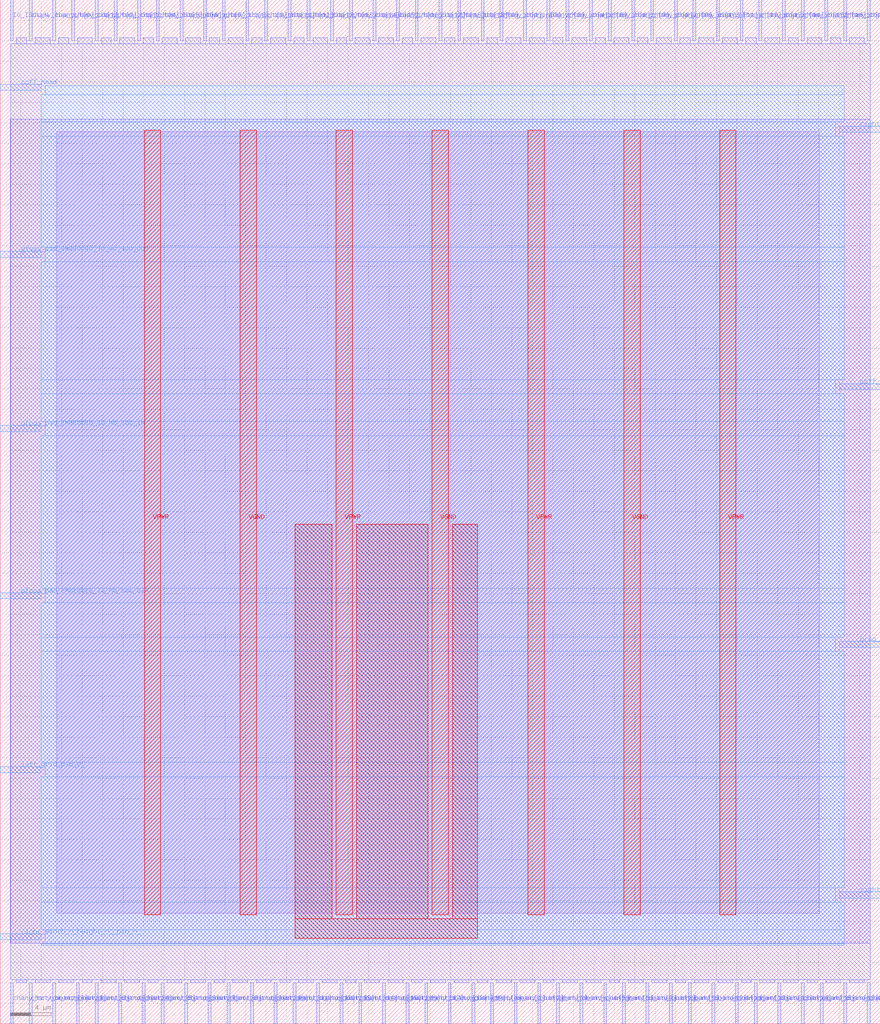
<source format=lef>
VERSION 5.7 ;
  NOWIREEXTENSIONATPIN ON ;
  DIVIDERCHAR "/" ;
  BUSBITCHARS "[]" ;
MACRO cby_0__1_
  CLASS BLOCK ;
  FOREIGN cby_0__1_ ;
  ORIGIN 0.000 0.000 ;
  SIZE 86.000 BY 100.000 ;
  PIN IO_ISOL_N
    DIRECTION INPUT ;
    USE SIGNAL ;
    PORT
      LAYER met2 ;
        RECT 1.010 96.000 1.290 100.000 ;
    END
  END IO_ISOL_N
  PIN VGND
    DIRECTION INPUT ;
    USE GROUND ;
    PORT
      LAYER met4 ;
        RECT 23.460 10.640 25.060 87.280 ;
    END
    PORT
      LAYER met4 ;
        RECT 42.200 10.640 43.800 87.280 ;
    END
    PORT
      LAYER met4 ;
        RECT 60.940 10.640 62.540 87.280 ;
    END
  END VGND
  PIN VPWR
    DIRECTION INPUT ;
    USE POWER ;
    PORT
      LAYER met4 ;
        RECT 14.090 10.640 15.690 87.280 ;
    END
    PORT
      LAYER met4 ;
        RECT 32.830 10.640 34.430 87.280 ;
    END
    PORT
      LAYER met4 ;
        RECT 51.570 10.640 53.170 87.280 ;
    END
    PORT
      LAYER met4 ;
        RECT 70.310 10.640 71.910 87.280 ;
    END
  END VPWR
  PIN ccff_head
    DIRECTION INPUT ;
    USE SIGNAL ;
    PORT
      LAYER met3 ;
        RECT 0.000 91.160 4.000 91.760 ;
    END
  END ccff_head
  PIN ccff_tail
    DIRECTION OUTPUT TRISTATE ;
    USE SIGNAL ;
    PORT
      LAYER met3 ;
        RECT 82.000 61.920 86.000 62.520 ;
    END
  END ccff_tail
  PIN chany_bottom_in[0]
    DIRECTION INPUT ;
    USE SIGNAL ;
    PORT
      LAYER met2 ;
        RECT 43.790 0.000 44.070 4.000 ;
    END
  END chany_bottom_in[0]
  PIN chany_bottom_in[10]
    DIRECTION INPUT ;
    USE SIGNAL ;
    PORT
      LAYER met2 ;
        RECT 65.410 0.000 65.690 4.000 ;
    END
  END chany_bottom_in[10]
  PIN chany_bottom_in[11]
    DIRECTION INPUT ;
    USE SIGNAL ;
    PORT
      LAYER met2 ;
        RECT 67.250 0.000 67.530 4.000 ;
    END
  END chany_bottom_in[11]
  PIN chany_bottom_in[12]
    DIRECTION INPUT ;
    USE SIGNAL ;
    PORT
      LAYER met2 ;
        RECT 69.550 0.000 69.830 4.000 ;
    END
  END chany_bottom_in[12]
  PIN chany_bottom_in[13]
    DIRECTION INPUT ;
    USE SIGNAL ;
    PORT
      LAYER met2 ;
        RECT 71.850 0.000 72.130 4.000 ;
    END
  END chany_bottom_in[13]
  PIN chany_bottom_in[14]
    DIRECTION INPUT ;
    USE SIGNAL ;
    PORT
      LAYER met2 ;
        RECT 73.690 0.000 73.970 4.000 ;
    END
  END chany_bottom_in[14]
  PIN chany_bottom_in[15]
    DIRECTION INPUT ;
    USE SIGNAL ;
    PORT
      LAYER met2 ;
        RECT 75.990 0.000 76.270 4.000 ;
    END
  END chany_bottom_in[15]
  PIN chany_bottom_in[16]
    DIRECTION INPUT ;
    USE SIGNAL ;
    PORT
      LAYER met2 ;
        RECT 78.290 0.000 78.570 4.000 ;
    END
  END chany_bottom_in[16]
  PIN chany_bottom_in[17]
    DIRECTION INPUT ;
    USE SIGNAL ;
    PORT
      LAYER met2 ;
        RECT 80.130 0.000 80.410 4.000 ;
    END
  END chany_bottom_in[17]
  PIN chany_bottom_in[18]
    DIRECTION INPUT ;
    USE SIGNAL ;
    PORT
      LAYER met2 ;
        RECT 82.430 0.000 82.710 4.000 ;
    END
  END chany_bottom_in[18]
  PIN chany_bottom_in[19]
    DIRECTION INPUT ;
    USE SIGNAL ;
    PORT
      LAYER met2 ;
        RECT 84.730 0.000 85.010 4.000 ;
    END
  END chany_bottom_in[19]
  PIN chany_bottom_in[1]
    DIRECTION INPUT ;
    USE SIGNAL ;
    PORT
      LAYER met2 ;
        RECT 46.090 0.000 46.370 4.000 ;
    END
  END chany_bottom_in[1]
  PIN chany_bottom_in[2]
    DIRECTION INPUT ;
    USE SIGNAL ;
    PORT
      LAYER met2 ;
        RECT 47.930 0.000 48.210 4.000 ;
    END
  END chany_bottom_in[2]
  PIN chany_bottom_in[3]
    DIRECTION INPUT ;
    USE SIGNAL ;
    PORT
      LAYER met2 ;
        RECT 50.230 0.000 50.510 4.000 ;
    END
  END chany_bottom_in[3]
  PIN chany_bottom_in[4]
    DIRECTION INPUT ;
    USE SIGNAL ;
    PORT
      LAYER met2 ;
        RECT 52.530 0.000 52.810 4.000 ;
    END
  END chany_bottom_in[4]
  PIN chany_bottom_in[5]
    DIRECTION INPUT ;
    USE SIGNAL ;
    PORT
      LAYER met2 ;
        RECT 54.370 0.000 54.650 4.000 ;
    END
  END chany_bottom_in[5]
  PIN chany_bottom_in[6]
    DIRECTION INPUT ;
    USE SIGNAL ;
    PORT
      LAYER met2 ;
        RECT 56.670 0.000 56.950 4.000 ;
    END
  END chany_bottom_in[6]
  PIN chany_bottom_in[7]
    DIRECTION INPUT ;
    USE SIGNAL ;
    PORT
      LAYER met2 ;
        RECT 58.970 0.000 59.250 4.000 ;
    END
  END chany_bottom_in[7]
  PIN chany_bottom_in[8]
    DIRECTION INPUT ;
    USE SIGNAL ;
    PORT
      LAYER met2 ;
        RECT 60.810 0.000 61.090 4.000 ;
    END
  END chany_bottom_in[8]
  PIN chany_bottom_in[9]
    DIRECTION INPUT ;
    USE SIGNAL ;
    PORT
      LAYER met2 ;
        RECT 63.110 0.000 63.390 4.000 ;
    END
  END chany_bottom_in[9]
  PIN chany_bottom_out[0]
    DIRECTION OUTPUT TRISTATE ;
    USE SIGNAL ;
    PORT
      LAYER met2 ;
        RECT 1.010 0.000 1.290 4.000 ;
    END
  END chany_bottom_out[0]
  PIN chany_bottom_out[10]
    DIRECTION OUTPUT TRISTATE ;
    USE SIGNAL ;
    PORT
      LAYER met2 ;
        RECT 22.170 0.000 22.450 4.000 ;
    END
  END chany_bottom_out[10]
  PIN chany_bottom_out[11]
    DIRECTION OUTPUT TRISTATE ;
    USE SIGNAL ;
    PORT
      LAYER met2 ;
        RECT 24.470 0.000 24.750 4.000 ;
    END
  END chany_bottom_out[11]
  PIN chany_bottom_out[12]
    DIRECTION OUTPUT TRISTATE ;
    USE SIGNAL ;
    PORT
      LAYER met2 ;
        RECT 26.770 0.000 27.050 4.000 ;
    END
  END chany_bottom_out[12]
  PIN chany_bottom_out[13]
    DIRECTION OUTPUT TRISTATE ;
    USE SIGNAL ;
    PORT
      LAYER met2 ;
        RECT 28.610 0.000 28.890 4.000 ;
    END
  END chany_bottom_out[13]
  PIN chany_bottom_out[14]
    DIRECTION OUTPUT TRISTATE ;
    USE SIGNAL ;
    PORT
      LAYER met2 ;
        RECT 30.910 0.000 31.190 4.000 ;
    END
  END chany_bottom_out[14]
  PIN chany_bottom_out[15]
    DIRECTION OUTPUT TRISTATE ;
    USE SIGNAL ;
    PORT
      LAYER met2 ;
        RECT 33.210 0.000 33.490 4.000 ;
    END
  END chany_bottom_out[15]
  PIN chany_bottom_out[16]
    DIRECTION OUTPUT TRISTATE ;
    USE SIGNAL ;
    PORT
      LAYER met2 ;
        RECT 35.050 0.000 35.330 4.000 ;
    END
  END chany_bottom_out[16]
  PIN chany_bottom_out[17]
    DIRECTION OUTPUT TRISTATE ;
    USE SIGNAL ;
    PORT
      LAYER met2 ;
        RECT 37.350 0.000 37.630 4.000 ;
    END
  END chany_bottom_out[17]
  PIN chany_bottom_out[18]
    DIRECTION OUTPUT TRISTATE ;
    USE SIGNAL ;
    PORT
      LAYER met2 ;
        RECT 39.650 0.000 39.930 4.000 ;
    END
  END chany_bottom_out[18]
  PIN chany_bottom_out[19]
    DIRECTION OUTPUT TRISTATE ;
    USE SIGNAL ;
    PORT
      LAYER met2 ;
        RECT 41.490 0.000 41.770 4.000 ;
    END
  END chany_bottom_out[19]
  PIN chany_bottom_out[1]
    DIRECTION OUTPUT TRISTATE ;
    USE SIGNAL ;
    PORT
      LAYER met2 ;
        RECT 2.850 0.000 3.130 4.000 ;
    END
  END chany_bottom_out[1]
  PIN chany_bottom_out[2]
    DIRECTION OUTPUT TRISTATE ;
    USE SIGNAL ;
    PORT
      LAYER met2 ;
        RECT 5.150 0.000 5.430 4.000 ;
    END
  END chany_bottom_out[2]
  PIN chany_bottom_out[3]
    DIRECTION OUTPUT TRISTATE ;
    USE SIGNAL ;
    PORT
      LAYER met2 ;
        RECT 7.450 0.000 7.730 4.000 ;
    END
  END chany_bottom_out[3]
  PIN chany_bottom_out[4]
    DIRECTION OUTPUT TRISTATE ;
    USE SIGNAL ;
    PORT
      LAYER met2 ;
        RECT 9.290 0.000 9.570 4.000 ;
    END
  END chany_bottom_out[4]
  PIN chany_bottom_out[5]
    DIRECTION OUTPUT TRISTATE ;
    USE SIGNAL ;
    PORT
      LAYER met2 ;
        RECT 11.590 0.000 11.870 4.000 ;
    END
  END chany_bottom_out[5]
  PIN chany_bottom_out[6]
    DIRECTION OUTPUT TRISTATE ;
    USE SIGNAL ;
    PORT
      LAYER met2 ;
        RECT 13.890 0.000 14.170 4.000 ;
    END
  END chany_bottom_out[6]
  PIN chany_bottom_out[7]
    DIRECTION OUTPUT TRISTATE ;
    USE SIGNAL ;
    PORT
      LAYER met2 ;
        RECT 15.730 0.000 16.010 4.000 ;
    END
  END chany_bottom_out[7]
  PIN chany_bottom_out[8]
    DIRECTION OUTPUT TRISTATE ;
    USE SIGNAL ;
    PORT
      LAYER met2 ;
        RECT 18.030 0.000 18.310 4.000 ;
    END
  END chany_bottom_out[8]
  PIN chany_bottom_out[9]
    DIRECTION OUTPUT TRISTATE ;
    USE SIGNAL ;
    PORT
      LAYER met2 ;
        RECT 20.330 0.000 20.610 4.000 ;
    END
  END chany_bottom_out[9]
  PIN chany_top_in[0]
    DIRECTION INPUT ;
    USE SIGNAL ;
    PORT
      LAYER met2 ;
        RECT 44.710 96.000 44.990 100.000 ;
    END
  END chany_top_in[0]
  PIN chany_top_in[10]
    DIRECTION INPUT ;
    USE SIGNAL ;
    PORT
      LAYER met2 ;
        RECT 65.870 96.000 66.150 100.000 ;
    END
  END chany_top_in[10]
  PIN chany_top_in[11]
    DIRECTION INPUT ;
    USE SIGNAL ;
    PORT
      LAYER met2 ;
        RECT 67.710 96.000 67.990 100.000 ;
    END
  END chany_top_in[11]
  PIN chany_top_in[12]
    DIRECTION INPUT ;
    USE SIGNAL ;
    PORT
      LAYER met2 ;
        RECT 70.010 96.000 70.290 100.000 ;
    END
  END chany_top_in[12]
  PIN chany_top_in[13]
    DIRECTION INPUT ;
    USE SIGNAL ;
    PORT
      LAYER met2 ;
        RECT 72.310 96.000 72.590 100.000 ;
    END
  END chany_top_in[13]
  PIN chany_top_in[14]
    DIRECTION INPUT ;
    USE SIGNAL ;
    PORT
      LAYER met2 ;
        RECT 74.150 96.000 74.430 100.000 ;
    END
  END chany_top_in[14]
  PIN chany_top_in[15]
    DIRECTION INPUT ;
    USE SIGNAL ;
    PORT
      LAYER met2 ;
        RECT 76.450 96.000 76.730 100.000 ;
    END
  END chany_top_in[15]
  PIN chany_top_in[16]
    DIRECTION INPUT ;
    USE SIGNAL ;
    PORT
      LAYER met2 ;
        RECT 78.290 96.000 78.570 100.000 ;
    END
  END chany_top_in[16]
  PIN chany_top_in[17]
    DIRECTION INPUT ;
    USE SIGNAL ;
    PORT
      LAYER met2 ;
        RECT 80.590 96.000 80.870 100.000 ;
    END
  END chany_top_in[17]
  PIN chany_top_in[18]
    DIRECTION INPUT ;
    USE SIGNAL ;
    PORT
      LAYER met2 ;
        RECT 82.430 96.000 82.710 100.000 ;
    END
  END chany_top_in[18]
  PIN chany_top_in[19]
    DIRECTION INPUT ;
    USE SIGNAL ;
    PORT
      LAYER met2 ;
        RECT 84.730 96.000 85.010 100.000 ;
    END
  END chany_top_in[19]
  PIN chany_top_in[1]
    DIRECTION INPUT ;
    USE SIGNAL ;
    PORT
      LAYER met2 ;
        RECT 47.010 96.000 47.290 100.000 ;
    END
  END chany_top_in[1]
  PIN chany_top_in[2]
    DIRECTION INPUT ;
    USE SIGNAL ;
    PORT
      LAYER met2 ;
        RECT 48.850 96.000 49.130 100.000 ;
    END
  END chany_top_in[2]
  PIN chany_top_in[3]
    DIRECTION INPUT ;
    USE SIGNAL ;
    PORT
      LAYER met2 ;
        RECT 51.150 96.000 51.430 100.000 ;
    END
  END chany_top_in[3]
  PIN chany_top_in[4]
    DIRECTION INPUT ;
    USE SIGNAL ;
    PORT
      LAYER met2 ;
        RECT 53.450 96.000 53.730 100.000 ;
    END
  END chany_top_in[4]
  PIN chany_top_in[5]
    DIRECTION INPUT ;
    USE SIGNAL ;
    PORT
      LAYER met2 ;
        RECT 55.290 96.000 55.570 100.000 ;
    END
  END chany_top_in[5]
  PIN chany_top_in[6]
    DIRECTION INPUT ;
    USE SIGNAL ;
    PORT
      LAYER met2 ;
        RECT 57.590 96.000 57.870 100.000 ;
    END
  END chany_top_in[6]
  PIN chany_top_in[7]
    DIRECTION INPUT ;
    USE SIGNAL ;
    PORT
      LAYER met2 ;
        RECT 59.430 96.000 59.710 100.000 ;
    END
  END chany_top_in[7]
  PIN chany_top_in[8]
    DIRECTION INPUT ;
    USE SIGNAL ;
    PORT
      LAYER met2 ;
        RECT 61.730 96.000 62.010 100.000 ;
    END
  END chany_top_in[8]
  PIN chany_top_in[9]
    DIRECTION INPUT ;
    USE SIGNAL ;
    PORT
      LAYER met2 ;
        RECT 63.570 96.000 63.850 100.000 ;
    END
  END chany_top_in[9]
  PIN chany_top_out[0]
    DIRECTION OUTPUT TRISTATE ;
    USE SIGNAL ;
    PORT
      LAYER met2 ;
        RECT 2.850 96.000 3.130 100.000 ;
    END
  END chany_top_out[0]
  PIN chany_top_out[10]
    DIRECTION OUTPUT TRISTATE ;
    USE SIGNAL ;
    PORT
      LAYER met2 ;
        RECT 24.010 96.000 24.290 100.000 ;
    END
  END chany_top_out[10]
  PIN chany_top_out[11]
    DIRECTION OUTPUT TRISTATE ;
    USE SIGNAL ;
    PORT
      LAYER met2 ;
        RECT 25.850 96.000 26.130 100.000 ;
    END
  END chany_top_out[11]
  PIN chany_top_out[12]
    DIRECTION OUTPUT TRISTATE ;
    USE SIGNAL ;
    PORT
      LAYER met2 ;
        RECT 28.150 96.000 28.430 100.000 ;
    END
  END chany_top_out[12]
  PIN chany_top_out[13]
    DIRECTION OUTPUT TRISTATE ;
    USE SIGNAL ;
    PORT
      LAYER met2 ;
        RECT 29.990 96.000 30.270 100.000 ;
    END
  END chany_top_out[13]
  PIN chany_top_out[14]
    DIRECTION OUTPUT TRISTATE ;
    USE SIGNAL ;
    PORT
      LAYER met2 ;
        RECT 32.290 96.000 32.570 100.000 ;
    END
  END chany_top_out[14]
  PIN chany_top_out[15]
    DIRECTION OUTPUT TRISTATE ;
    USE SIGNAL ;
    PORT
      LAYER met2 ;
        RECT 34.130 96.000 34.410 100.000 ;
    END
  END chany_top_out[15]
  PIN chany_top_out[16]
    DIRECTION OUTPUT TRISTATE ;
    USE SIGNAL ;
    PORT
      LAYER met2 ;
        RECT 36.430 96.000 36.710 100.000 ;
    END
  END chany_top_out[16]
  PIN chany_top_out[17]
    DIRECTION OUTPUT TRISTATE ;
    USE SIGNAL ;
    PORT
      LAYER met2 ;
        RECT 38.730 96.000 39.010 100.000 ;
    END
  END chany_top_out[17]
  PIN chany_top_out[18]
    DIRECTION OUTPUT TRISTATE ;
    USE SIGNAL ;
    PORT
      LAYER met2 ;
        RECT 40.570 96.000 40.850 100.000 ;
    END
  END chany_top_out[18]
  PIN chany_top_out[19]
    DIRECTION OUTPUT TRISTATE ;
    USE SIGNAL ;
    PORT
      LAYER met2 ;
        RECT 42.870 96.000 43.150 100.000 ;
    END
  END chany_top_out[19]
  PIN chany_top_out[1]
    DIRECTION OUTPUT TRISTATE ;
    USE SIGNAL ;
    PORT
      LAYER met2 ;
        RECT 5.150 96.000 5.430 100.000 ;
    END
  END chany_top_out[1]
  PIN chany_top_out[2]
    DIRECTION OUTPUT TRISTATE ;
    USE SIGNAL ;
    PORT
      LAYER met2 ;
        RECT 6.990 96.000 7.270 100.000 ;
    END
  END chany_top_out[2]
  PIN chany_top_out[3]
    DIRECTION OUTPUT TRISTATE ;
    USE SIGNAL ;
    PORT
      LAYER met2 ;
        RECT 9.290 96.000 9.570 100.000 ;
    END
  END chany_top_out[3]
  PIN chany_top_out[4]
    DIRECTION OUTPUT TRISTATE ;
    USE SIGNAL ;
    PORT
      LAYER met2 ;
        RECT 11.130 96.000 11.410 100.000 ;
    END
  END chany_top_out[4]
  PIN chany_top_out[5]
    DIRECTION OUTPUT TRISTATE ;
    USE SIGNAL ;
    PORT
      LAYER met2 ;
        RECT 13.430 96.000 13.710 100.000 ;
    END
  END chany_top_out[5]
  PIN chany_top_out[6]
    DIRECTION OUTPUT TRISTATE ;
    USE SIGNAL ;
    PORT
      LAYER met2 ;
        RECT 15.270 96.000 15.550 100.000 ;
    END
  END chany_top_out[6]
  PIN chany_top_out[7]
    DIRECTION OUTPUT TRISTATE ;
    USE SIGNAL ;
    PORT
      LAYER met2 ;
        RECT 17.570 96.000 17.850 100.000 ;
    END
  END chany_top_out[7]
  PIN chany_top_out[8]
    DIRECTION OUTPUT TRISTATE ;
    USE SIGNAL ;
    PORT
      LAYER met2 ;
        RECT 19.870 96.000 20.150 100.000 ;
    END
  END chany_top_out[8]
  PIN chany_top_out[9]
    DIRECTION OUTPUT TRISTATE ;
    USE SIGNAL ;
    PORT
      LAYER met2 ;
        RECT 21.710 96.000 21.990 100.000 ;
    END
  END chany_top_out[9]
  PIN gfpga_pad_EMBEDDED_IO_HD_SOC_DIR
    DIRECTION OUTPUT TRISTATE ;
    USE SIGNAL ;
    PORT
      LAYER met3 ;
        RECT 0.000 41.520 4.000 42.120 ;
    END
  END gfpga_pad_EMBEDDED_IO_HD_SOC_DIR
  PIN gfpga_pad_EMBEDDED_IO_HD_SOC_IN
    DIRECTION INPUT ;
    USE SIGNAL ;
    PORT
      LAYER met3 ;
        RECT 0.000 57.840 4.000 58.440 ;
    END
  END gfpga_pad_EMBEDDED_IO_HD_SOC_IN
  PIN gfpga_pad_EMBEDDED_IO_HD_SOC_OUT
    DIRECTION OUTPUT TRISTATE ;
    USE SIGNAL ;
    PORT
      LAYER met3 ;
        RECT 0.000 74.840 4.000 75.440 ;
    END
  END gfpga_pad_EMBEDDED_IO_HD_SOC_OUT
  PIN left_grid_pin_0_
    DIRECTION OUTPUT TRISTATE ;
    USE SIGNAL ;
    PORT
      LAYER met3 ;
        RECT 0.000 24.520 4.000 25.120 ;
    END
  END left_grid_pin_0_
  PIN prog_clk_0_E_in
    DIRECTION INPUT ;
    USE SIGNAL ;
    PORT
      LAYER met3 ;
        RECT 82.000 36.760 86.000 37.360 ;
    END
  END prog_clk_0_E_in
  PIN right_width_0_height_0__pin_0_
    DIRECTION INPUT ;
    USE SIGNAL ;
    PORT
      LAYER met3 ;
        RECT 0.000 8.200 4.000 8.800 ;
    END
  END right_width_0_height_0__pin_0_
  PIN right_width_0_height_0__pin_1_lower
    DIRECTION OUTPUT TRISTATE ;
    USE SIGNAL ;
    PORT
      LAYER met3 ;
        RECT 82.000 12.280 86.000 12.880 ;
    END
  END right_width_0_height_0__pin_1_lower
  PIN right_width_0_height_0__pin_1_upper
    DIRECTION OUTPUT TRISTATE ;
    USE SIGNAL ;
    PORT
      LAYER met3 ;
        RECT 82.000 87.080 86.000 87.680 ;
    END
  END right_width_0_height_0__pin_1_upper
  OBS
      LAYER li1 ;
        RECT 5.520 10.795 80.040 87.125 ;
      LAYER met1 ;
        RECT 0.990 7.860 85.030 88.360 ;
      LAYER met2 ;
        RECT 1.570 95.720 2.570 96.290 ;
        RECT 3.410 95.720 4.870 96.290 ;
        RECT 5.710 95.720 6.710 96.290 ;
        RECT 7.550 95.720 9.010 96.290 ;
        RECT 9.850 95.720 10.850 96.290 ;
        RECT 11.690 95.720 13.150 96.290 ;
        RECT 13.990 95.720 14.990 96.290 ;
        RECT 15.830 95.720 17.290 96.290 ;
        RECT 18.130 95.720 19.590 96.290 ;
        RECT 20.430 95.720 21.430 96.290 ;
        RECT 22.270 95.720 23.730 96.290 ;
        RECT 24.570 95.720 25.570 96.290 ;
        RECT 26.410 95.720 27.870 96.290 ;
        RECT 28.710 95.720 29.710 96.290 ;
        RECT 30.550 95.720 32.010 96.290 ;
        RECT 32.850 95.720 33.850 96.290 ;
        RECT 34.690 95.720 36.150 96.290 ;
        RECT 36.990 95.720 38.450 96.290 ;
        RECT 39.290 95.720 40.290 96.290 ;
        RECT 41.130 95.720 42.590 96.290 ;
        RECT 43.430 95.720 44.430 96.290 ;
        RECT 45.270 95.720 46.730 96.290 ;
        RECT 47.570 95.720 48.570 96.290 ;
        RECT 49.410 95.720 50.870 96.290 ;
        RECT 51.710 95.720 53.170 96.290 ;
        RECT 54.010 95.720 55.010 96.290 ;
        RECT 55.850 95.720 57.310 96.290 ;
        RECT 58.150 95.720 59.150 96.290 ;
        RECT 59.990 95.720 61.450 96.290 ;
        RECT 62.290 95.720 63.290 96.290 ;
        RECT 64.130 95.720 65.590 96.290 ;
        RECT 66.430 95.720 67.430 96.290 ;
        RECT 68.270 95.720 69.730 96.290 ;
        RECT 70.570 95.720 72.030 96.290 ;
        RECT 72.870 95.720 73.870 96.290 ;
        RECT 74.710 95.720 76.170 96.290 ;
        RECT 77.010 95.720 78.010 96.290 ;
        RECT 78.850 95.720 80.310 96.290 ;
        RECT 81.150 95.720 82.150 96.290 ;
        RECT 82.990 95.720 84.450 96.290 ;
        RECT 1.020 4.280 85.000 95.720 ;
        RECT 1.570 4.000 2.570 4.280 ;
        RECT 3.410 4.000 4.870 4.280 ;
        RECT 5.710 4.000 7.170 4.280 ;
        RECT 8.010 4.000 9.010 4.280 ;
        RECT 9.850 4.000 11.310 4.280 ;
        RECT 12.150 4.000 13.610 4.280 ;
        RECT 14.450 4.000 15.450 4.280 ;
        RECT 16.290 4.000 17.750 4.280 ;
        RECT 18.590 4.000 20.050 4.280 ;
        RECT 20.890 4.000 21.890 4.280 ;
        RECT 22.730 4.000 24.190 4.280 ;
        RECT 25.030 4.000 26.490 4.280 ;
        RECT 27.330 4.000 28.330 4.280 ;
        RECT 29.170 4.000 30.630 4.280 ;
        RECT 31.470 4.000 32.930 4.280 ;
        RECT 33.770 4.000 34.770 4.280 ;
        RECT 35.610 4.000 37.070 4.280 ;
        RECT 37.910 4.000 39.370 4.280 ;
        RECT 40.210 4.000 41.210 4.280 ;
        RECT 42.050 4.000 43.510 4.280 ;
        RECT 44.350 4.000 45.810 4.280 ;
        RECT 46.650 4.000 47.650 4.280 ;
        RECT 48.490 4.000 49.950 4.280 ;
        RECT 50.790 4.000 52.250 4.280 ;
        RECT 53.090 4.000 54.090 4.280 ;
        RECT 54.930 4.000 56.390 4.280 ;
        RECT 57.230 4.000 58.690 4.280 ;
        RECT 59.530 4.000 60.530 4.280 ;
        RECT 61.370 4.000 62.830 4.280 ;
        RECT 63.670 4.000 65.130 4.280 ;
        RECT 65.970 4.000 66.970 4.280 ;
        RECT 67.810 4.000 69.270 4.280 ;
        RECT 70.110 4.000 71.570 4.280 ;
        RECT 72.410 4.000 73.410 4.280 ;
        RECT 74.250 4.000 75.710 4.280 ;
        RECT 76.550 4.000 78.010 4.280 ;
        RECT 78.850 4.000 79.850 4.280 ;
        RECT 80.690 4.000 82.150 4.280 ;
        RECT 82.990 4.000 84.450 4.280 ;
      LAYER met3 ;
        RECT 4.400 90.760 82.490 91.625 ;
        RECT 4.000 88.080 82.490 90.760 ;
        RECT 4.000 86.680 81.600 88.080 ;
        RECT 4.000 75.840 82.490 86.680 ;
        RECT 4.400 74.440 82.490 75.840 ;
        RECT 4.000 62.920 82.490 74.440 ;
        RECT 4.000 61.520 81.600 62.920 ;
        RECT 4.000 58.840 82.490 61.520 ;
        RECT 4.400 57.440 82.490 58.840 ;
        RECT 4.000 42.520 82.490 57.440 ;
        RECT 4.400 41.120 82.490 42.520 ;
        RECT 4.000 37.760 82.490 41.120 ;
        RECT 4.000 36.360 81.600 37.760 ;
        RECT 4.000 25.520 82.490 36.360 ;
        RECT 4.400 24.120 82.490 25.520 ;
        RECT 4.000 13.280 82.490 24.120 ;
        RECT 4.000 11.880 81.600 13.280 ;
        RECT 4.000 9.200 82.490 11.880 ;
        RECT 4.400 7.800 82.490 9.200 ;
        RECT 4.000 7.655 82.490 7.800 ;
      LAYER met4 ;
        RECT 28.815 10.240 32.430 48.785 ;
        RECT 34.830 10.240 41.800 48.785 ;
        RECT 44.200 10.240 46.625 48.785 ;
        RECT 28.815 8.335 46.625 10.240 ;
  END
END cby_0__1_
END LIBRARY


</source>
